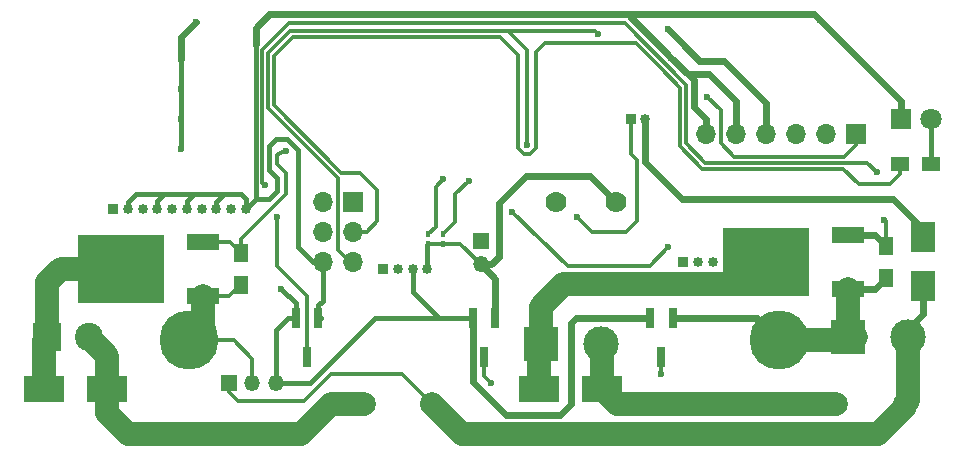
<source format=gbl>
G04 #@! TF.FileFunction,Copper,L2,Bot,Signal*
%FSLAX46Y46*%
G04 Gerber Fmt 4.6, Leading zero omitted, Abs format (unit mm)*
G04 Created by KiCad (PCBNEW 4.0.7) date 08/24/19 10:44:38*
%MOMM*%
%LPD*%
G01*
G04 APERTURE LIST*
%ADD10C,0.100000*%
%ADD11R,0.850000X0.850000*%
%ADD12C,0.850000*%
%ADD13C,2.000000*%
%ADD14C,5.000000*%
%ADD15R,1.350000X1.350000*%
%ADD16O,1.350000X1.350000*%
%ADD17R,1.700000X1.700000*%
%ADD18O,1.700000X1.700000*%
%ADD19R,3.000000X3.000000*%
%ADD20C,3.000000*%
%ADD21R,2.400000X2.400000*%
%ADD22C,2.400000*%
%ADD23R,1.500000X1.300000*%
%ADD24R,1.300000X1.500000*%
%ADD25R,2.700000X1.400000*%
%ADD26R,7.400000X5.800000*%
%ADD27R,1.800000X1.800000*%
%ADD28C,1.800000*%
%ADD29R,0.400000X0.600000*%
%ADD30C,1.778000*%
%ADD31R,3.500000X2.300000*%
%ADD32R,0.800000X1.800000*%
%ADD33R,2.030000X2.650000*%
%ADD34C,0.600000*%
%ADD35C,0.304800*%
%ADD36C,2.032000*%
%ADD37C,0.609600*%
%ADD38C,0.406400*%
G04 APERTURE END LIST*
D10*
D11*
X139573000Y-103505000D03*
D12*
X140823000Y-103505000D03*
X142073000Y-103505000D03*
X143323000Y-103505000D03*
X144573000Y-103505000D03*
X145823000Y-103505000D03*
X147073000Y-103505000D03*
X148323000Y-103505000D03*
X149573000Y-103505000D03*
X150823000Y-103505000D03*
D13*
X166603000Y-120015000D03*
X160803000Y-120015000D03*
X200808000Y-120015000D03*
X206608000Y-120015000D03*
D11*
X183388000Y-95885000D03*
D12*
X184638000Y-95885000D03*
D14*
X145998000Y-114619000D03*
D15*
X149352000Y-118237000D03*
D16*
X151352000Y-118237000D03*
X153352000Y-118237000D03*
D17*
X159893000Y-102870000D03*
D18*
X157353000Y-102870000D03*
X159893000Y-105410000D03*
X157353000Y-105410000D03*
X159893000Y-107950000D03*
X157353000Y-107950000D03*
D19*
X175768000Y-114935000D03*
D20*
X180848000Y-114935000D03*
D14*
X195998000Y-114619000D03*
D21*
X133998000Y-114365000D03*
D22*
X137498000Y-114365000D03*
D15*
X170688000Y-106172000D03*
D16*
X170688000Y-108172000D03*
D19*
X201803000Y-114300000D03*
D20*
X206883000Y-114300000D03*
D23*
X206168000Y-99695000D03*
X208868000Y-99695000D03*
D24*
X204978000Y-109300000D03*
X204978000Y-106600000D03*
D25*
X201808000Y-105670000D03*
X201808000Y-110230000D03*
D26*
X194826000Y-107950000D03*
D27*
X206248000Y-95885000D03*
D28*
X208788000Y-95885000D03*
D29*
X166243000Y-106445000D03*
X166243000Y-105645000D03*
X167513000Y-106445000D03*
X167513000Y-105645000D03*
D30*
X182118000Y-102870000D03*
X177038000Y-102870000D03*
D31*
X181008000Y-118745000D03*
X175608000Y-118745000D03*
D11*
X162433000Y-108585000D03*
D12*
X163683000Y-108585000D03*
X164933000Y-108585000D03*
X166183000Y-108585000D03*
D17*
X202438000Y-97155000D03*
D18*
X199898000Y-97155000D03*
X197358000Y-97155000D03*
X194818000Y-97155000D03*
X192278000Y-97155000D03*
X189738000Y-97155000D03*
D11*
X187833000Y-107950000D03*
D12*
X189083000Y-107950000D03*
X190333000Y-107950000D03*
D32*
X155048000Y-112715000D03*
X156948000Y-112715000D03*
X155998000Y-116015000D03*
X170048000Y-112715000D03*
X171948000Y-112715000D03*
X170998000Y-116015000D03*
X185048000Y-112715000D03*
X186948000Y-112715000D03*
X185998000Y-116015000D03*
D31*
X139098000Y-118745000D03*
X133698000Y-118745000D03*
D25*
X147198000Y-106305000D03*
X147198000Y-110865000D03*
D26*
X140216000Y-108585000D03*
D24*
X150368000Y-109935000D03*
X150368000Y-107235000D03*
D33*
X208153000Y-110040000D03*
X208153000Y-105860000D03*
D34*
X180594000Y-88646000D03*
X174625000Y-98044000D03*
X186817000Y-90678000D03*
X199390000Y-87503000D03*
X151638000Y-89535000D03*
X186563000Y-106680000D03*
X173355000Y-103759000D03*
X152400000Y-101473000D03*
X204851000Y-104394000D03*
X204216000Y-100330000D03*
X154178000Y-98552000D03*
X185928000Y-117475000D03*
X186563000Y-88265000D03*
X146558000Y-87630000D03*
X153797000Y-110236000D03*
X145288000Y-90805000D03*
X145288000Y-93345000D03*
X145288000Y-95885000D03*
X145288000Y-98425000D03*
X171577000Y-118237000D03*
X153416000Y-104140000D03*
X178816000Y-104140000D03*
X189865000Y-93980000D03*
X167513000Y-100965000D03*
X169672000Y-101092000D03*
D35*
X159893000Y-107950000D02*
X159639000Y-107950000D01*
X159639000Y-107950000D02*
X158623000Y-106934000D01*
X158623000Y-106934000D02*
X158623000Y-100838000D01*
X158623000Y-100838000D02*
X152698404Y-94913404D01*
X179197000Y-88392000D02*
X180340000Y-88392000D01*
X172974000Y-88392000D02*
X179197000Y-88392000D01*
X180340000Y-88392000D02*
X180594000Y-88646000D01*
X174625000Y-98044000D02*
X174625000Y-90043000D01*
X174625000Y-90043000D02*
X172974000Y-88392000D01*
X154555802Y-88392000D02*
X172974000Y-88392000D01*
X152698404Y-90249398D02*
X154555802Y-88392000D01*
X152698404Y-94913404D02*
X152698404Y-90249398D01*
X150288000Y-109935000D02*
X149358000Y-110865000D01*
D36*
X147198000Y-110865000D02*
X147198000Y-113419000D01*
D35*
X149358000Y-110865000D02*
X147198000Y-110865000D01*
X150368000Y-109935000D02*
X150288000Y-109935000D01*
D36*
X147198000Y-113419000D02*
X145998000Y-114619000D01*
D37*
X170688000Y-108172000D02*
X171609000Y-108172000D01*
X179959000Y-100711000D02*
X182118000Y-102870000D01*
X174498000Y-100711000D02*
X179959000Y-100711000D01*
X172212000Y-102997000D02*
X174498000Y-100711000D01*
X172212000Y-107569000D02*
X172212000Y-102997000D01*
X171609000Y-108172000D02*
X172212000Y-107569000D01*
D38*
X156948000Y-112715000D02*
X156948000Y-111657000D01*
X157353000Y-111252000D02*
X157353000Y-107950000D01*
X156948000Y-111657000D02*
X157353000Y-111252000D01*
D35*
X145998000Y-114619000D02*
X149798000Y-114619000D01*
X151352000Y-116173000D02*
X151352000Y-118237000D01*
X149798000Y-114619000D02*
X151352000Y-116173000D01*
D37*
X201808000Y-110230000D02*
X204048000Y-110230000D01*
X204048000Y-110230000D02*
X204978000Y-109300000D01*
D36*
X201803000Y-114300000D02*
X201803000Y-110235000D01*
X201803000Y-110235000D02*
X201808000Y-110230000D01*
X195998000Y-114619000D02*
X201484000Y-114619000D01*
X201484000Y-114619000D02*
X201803000Y-114300000D01*
D37*
X186948000Y-112715000D02*
X194094000Y-112715000D01*
X194094000Y-112715000D02*
X195998000Y-114619000D01*
D38*
X148323000Y-103505000D02*
X148323000Y-102883000D01*
X148323000Y-102883000D02*
X148971000Y-102235000D01*
X145823000Y-103505000D02*
X145823000Y-102843000D01*
X145823000Y-102843000D02*
X146431000Y-102235000D01*
X143323000Y-103505000D02*
X143323000Y-102803000D01*
X143323000Y-102803000D02*
X143891000Y-102235000D01*
X140823000Y-103505000D02*
X140823000Y-102890000D01*
X150823000Y-102690000D02*
X150823000Y-103505000D01*
X150368000Y-102235000D02*
X150823000Y-102690000D01*
X141478000Y-102235000D02*
X143891000Y-102235000D01*
X143891000Y-102235000D02*
X146431000Y-102235000D01*
X146431000Y-102235000D02*
X148971000Y-102235000D01*
X148971000Y-102235000D02*
X150368000Y-102235000D01*
X140823000Y-102890000D02*
X141478000Y-102235000D01*
X151638000Y-101219000D02*
X151638000Y-102690000D01*
X151638000Y-89535000D02*
X151638000Y-101219000D01*
X151638000Y-102690000D02*
X150823000Y-103505000D01*
X152781000Y-102616000D02*
X151712000Y-102616000D01*
X153416000Y-101981000D02*
X152781000Y-102616000D01*
X153416000Y-100838000D02*
X153416000Y-101981000D01*
X152749204Y-100171204D02*
X153416000Y-100838000D01*
X152749204Y-98171000D02*
X152749204Y-100171204D01*
X153384204Y-97536000D02*
X152749204Y-98171000D01*
X154305000Y-97536000D02*
X153384204Y-97536000D01*
X156464000Y-107950000D02*
X155241602Y-106727602D01*
X155241602Y-106727602D02*
X155241602Y-98472602D01*
X155241602Y-98472602D02*
X154305000Y-97536000D01*
X157353000Y-107950000D02*
X156464000Y-107950000D01*
X151712000Y-102616000D02*
X150823000Y-103505000D01*
X166183000Y-108585000D02*
X166183000Y-106505000D01*
X166183000Y-106505000D02*
X166243000Y-106445000D01*
D37*
X189738000Y-97155000D02*
X189738000Y-95885000D01*
X188747400Y-92608400D02*
X188214000Y-92075000D01*
X188747400Y-94894400D02*
X188747400Y-92608400D01*
X189738000Y-95885000D02*
X188747400Y-94894400D01*
X192278000Y-97155000D02*
X192278000Y-94361000D01*
X192278000Y-94361000D02*
X189992000Y-92075000D01*
X189992000Y-92075000D02*
X188214000Y-92075000D01*
D35*
X167513000Y-106445000D02*
X168961000Y-106445000D01*
X168961000Y-106445000D02*
X170688000Y-108172000D01*
X166243000Y-106445000D02*
X167513000Y-106445000D01*
D37*
X206248000Y-95885000D02*
X206248000Y-94361000D01*
X205994000Y-94107000D02*
X199390000Y-87503000D01*
X206248000Y-94361000D02*
X205994000Y-94107000D01*
X171948000Y-112715000D02*
X171948000Y-109432000D01*
X171948000Y-109432000D02*
X170688000Y-108172000D01*
X183134000Y-86995000D02*
X198882000Y-86995000D01*
X198882000Y-86995000D02*
X199390000Y-87503000D01*
D38*
X156948000Y-112715000D02*
X157165000Y-112715000D01*
D37*
X151638000Y-89535000D02*
X151638000Y-88138000D01*
X152781000Y-86995000D02*
X183134000Y-86995000D01*
X151638000Y-88138000D02*
X152781000Y-86995000D01*
X183134000Y-86995000D02*
X186817000Y-90678000D01*
X186817000Y-90678000D02*
X188214000Y-92075000D01*
D38*
X186948000Y-112715000D02*
X186948000Y-112040202D01*
D37*
X201808000Y-110230000D02*
X202571000Y-110230000D01*
D36*
X201803000Y-114300000D02*
X202438000Y-114300000D01*
D35*
X185039000Y-108331000D02*
X186563000Y-106680000D01*
X178054000Y-108331000D02*
X185039000Y-108331000D01*
X173355000Y-103759000D02*
X178054000Y-108331000D01*
X188090198Y-92967198D02*
X188090198Y-97920198D01*
X181102000Y-87757000D02*
X182880000Y-87757000D01*
X182880000Y-87757000D02*
X188090198Y-92967198D01*
X154432000Y-87757000D02*
X181102000Y-87757000D01*
X152193602Y-89995398D02*
X154432000Y-87757000D01*
X152193602Y-101266602D02*
X152193602Y-89995398D01*
X152400000Y-101473000D02*
X152193602Y-101266602D01*
X204978000Y-104521000D02*
X204978000Y-106600000D01*
X204851000Y-104394000D02*
X204978000Y-104521000D01*
X203450802Y-99564802D02*
X204216000Y-100330000D01*
X189734802Y-99564802D02*
X203450802Y-99564802D01*
X188090198Y-97920198D02*
X189734802Y-99564802D01*
D37*
X201808000Y-105670000D02*
X204048000Y-105670000D01*
X204048000Y-105670000D02*
X204978000Y-106600000D01*
D35*
X150368000Y-107235000D02*
X150368000Y-106045000D01*
X147198000Y-106305000D02*
X149438000Y-106305000D01*
X149438000Y-106305000D02*
X150368000Y-107235000D01*
X150368000Y-106045000D02*
X151765000Y-104648000D01*
X154178000Y-102235000D02*
X151765000Y-104648000D01*
X154178000Y-100457000D02*
X154178000Y-102235000D01*
X153416000Y-98933000D02*
X153416000Y-99695000D01*
X153416000Y-99695000D02*
X154178000Y-100457000D01*
X154051000Y-98552000D02*
X153416000Y-98933000D01*
X154178000Y-98552000D02*
X154051000Y-98552000D01*
X183817102Y-89408000D02*
X185952051Y-91542949D01*
X158916449Y-100417551D02*
X160488551Y-100417551D01*
X158916449Y-100417551D02*
X153203206Y-94704308D01*
X153203206Y-94704308D02*
X153203206Y-90509794D01*
X153203206Y-90509794D02*
X154813000Y-88900000D01*
X154813000Y-88900000D02*
X172339000Y-88900000D01*
X173863000Y-90424000D02*
X172339000Y-88900000D01*
X174879000Y-98806000D02*
X175387000Y-98298000D01*
X174371000Y-98806000D02*
X174879000Y-98806000D01*
X173863000Y-98298000D02*
X174371000Y-98806000D01*
X173863000Y-97790000D02*
X173863000Y-98298000D01*
X173863000Y-97790000D02*
X173863000Y-90424000D01*
X181864000Y-89408000D02*
X176149000Y-89408000D01*
X176149000Y-89408000D02*
X175387000Y-90170000D01*
X175387000Y-90170000D02*
X175387000Y-98298000D01*
X181864000Y-89408000D02*
X183817102Y-89408000D01*
X159893000Y-105410000D02*
X161036000Y-105410000D01*
X161925000Y-104521000D02*
X161036000Y-105410000D01*
X161925000Y-101854000D02*
X161925000Y-104521000D01*
X160488551Y-100417551D02*
X161925000Y-101854000D01*
X206168000Y-100537000D02*
X206168000Y-99695000D01*
X205359000Y-101346000D02*
X206168000Y-100537000D01*
X202692000Y-101346000D02*
X205359000Y-101346000D01*
X201415604Y-100069604D02*
X202692000Y-101346000D01*
X189477604Y-100069604D02*
X201415604Y-100069604D01*
X187585396Y-98177396D02*
X189477604Y-100069604D01*
X187585396Y-93218000D02*
X187585396Y-98177396D01*
X185952051Y-91584655D02*
X187585396Y-93218000D01*
X185952051Y-91542949D02*
X185952051Y-91584655D01*
X185998000Y-116015000D02*
X185998000Y-117405000D01*
X185998000Y-117405000D02*
X185928000Y-117475000D01*
D38*
X153352000Y-118237000D02*
X153352000Y-113729000D01*
X154366000Y-112715000D02*
X155048000Y-112715000D01*
X153352000Y-113729000D02*
X154366000Y-112715000D01*
X153352000Y-118237000D02*
X153924000Y-118237000D01*
X153924000Y-118237000D02*
X156210000Y-118237000D01*
X161732000Y-112715000D02*
X167198000Y-112715000D01*
X156210000Y-118237000D02*
X161732000Y-112715000D01*
D37*
X170048000Y-112715000D02*
X170048000Y-118105000D01*
X172847000Y-120904000D02*
X173101000Y-120904000D01*
X170048000Y-118105000D02*
X172847000Y-120904000D01*
X178308000Y-113157000D02*
X178308000Y-120015000D01*
X178308000Y-120015000D02*
X177419000Y-120904000D01*
X177419000Y-120904000D02*
X173101000Y-120904000D01*
X185048000Y-112715000D02*
X178750000Y-112715000D01*
X178750000Y-112715000D02*
X178308000Y-113157000D01*
X187833000Y-89555000D02*
X187833000Y-89535000D01*
X191262000Y-90932000D02*
X194818000Y-94488000D01*
X189210000Y-90932000D02*
X191262000Y-90932000D01*
X189210000Y-90932000D02*
X187833000Y-89555000D01*
X194818000Y-97155000D02*
X194818000Y-94488000D01*
X187833000Y-89535000D02*
X186563000Y-88265000D01*
D38*
X164933000Y-108585000D02*
X164933000Y-110450000D01*
X164933000Y-110450000D02*
X164973000Y-110490000D01*
D37*
X145288000Y-90805000D02*
X145288000Y-88900000D01*
X145288000Y-88900000D02*
X146558000Y-87630000D01*
D38*
X155048000Y-112715000D02*
X155048000Y-111487000D01*
X155048000Y-111487000D02*
X153797000Y-110236000D01*
X170048000Y-112715000D02*
X167198000Y-112715000D01*
X167198000Y-112715000D02*
X164973000Y-110490000D01*
X155048000Y-112715000D02*
X155048000Y-111760000D01*
X155048000Y-111760000D02*
X155048000Y-111652000D01*
X145288000Y-98425000D02*
X145288000Y-95885000D01*
X145288000Y-95885000D02*
X145288000Y-93345000D01*
X145288000Y-93345000D02*
X145288000Y-90805000D01*
X170048000Y-112771000D02*
X170048000Y-112715000D01*
D35*
X170998000Y-116015000D02*
X170998000Y-117673000D01*
X170998000Y-117673000D02*
X171577000Y-118237000D01*
X154940000Y-109855000D02*
X155956000Y-110871000D01*
X153416000Y-104140000D02*
X153416000Y-108331000D01*
X153416000Y-108331000D02*
X154940000Y-109855000D01*
X155956000Y-110871000D02*
X155956000Y-115973000D01*
X155956000Y-115973000D02*
X155998000Y-116015000D01*
D38*
X155956000Y-115973000D02*
X155998000Y-116015000D01*
D35*
X183388000Y-98806000D02*
X183388000Y-95885000D01*
X183896000Y-99314000D02*
X183388000Y-98806000D01*
X183896000Y-104521000D02*
X183896000Y-99314000D01*
X183007000Y-105410000D02*
X183896000Y-104521000D01*
X180086000Y-105410000D02*
X183007000Y-105410000D01*
X178816000Y-104140000D02*
X180086000Y-105410000D01*
X202438000Y-97155000D02*
X202438000Y-98044000D01*
X192151000Y-99060000D02*
X191008000Y-97917000D01*
X201422000Y-99060000D02*
X192151000Y-99060000D01*
X202438000Y-98044000D02*
X201422000Y-99060000D01*
X191008000Y-95123000D02*
X189865000Y-93980000D01*
X191008000Y-97917000D02*
X191008000Y-95123000D01*
X154432000Y-119761000D02*
X155702000Y-119761000D01*
X149352000Y-118999000D02*
X150114000Y-119761000D01*
X150114000Y-119761000D02*
X154432000Y-119761000D01*
X149352000Y-118237000D02*
X149352000Y-118999000D01*
X164063000Y-117475000D02*
X166603000Y-120015000D01*
X157988000Y-117475000D02*
X164063000Y-117475000D01*
X155702000Y-119761000D02*
X157988000Y-117475000D01*
D37*
X206883000Y-114300000D02*
X206883000Y-113665000D01*
X206883000Y-113665000D02*
X208153000Y-112395000D01*
X208153000Y-112395000D02*
X208153000Y-110040000D01*
D36*
X206608000Y-120015000D02*
X206608000Y-120290000D01*
X206608000Y-120290000D02*
X204343000Y-122555000D01*
X169143000Y-122555000D02*
X166603000Y-120015000D01*
X204343000Y-122555000D02*
X169143000Y-122555000D01*
X206883000Y-114300000D02*
X206883000Y-119740000D01*
X206883000Y-119740000D02*
X206608000Y-120015000D01*
X175768000Y-114935000D02*
X175768000Y-111760000D01*
X175768000Y-111760000D02*
X177673000Y-109855000D01*
X175608000Y-115095000D02*
X175768000Y-114935000D01*
X177673000Y-109855000D02*
X192921000Y-109855000D01*
X192921000Y-109855000D02*
X194826000Y-107950000D01*
X175608000Y-118745000D02*
X175608000Y-115095000D01*
D38*
X208868000Y-99695000D02*
X208868000Y-95965000D01*
X208868000Y-95965000D02*
X208788000Y-95885000D01*
D35*
X166878000Y-105010000D02*
X166243000Y-105645000D01*
X166878000Y-101600000D02*
X166878000Y-105010000D01*
X167513000Y-100965000D02*
X166878000Y-101600000D01*
X168529000Y-104629000D02*
X167513000Y-105645000D01*
X168529000Y-102235000D02*
X168529000Y-104629000D01*
X169672000Y-101092000D02*
X168529000Y-102235000D01*
D36*
X160803000Y-120015000D02*
X157988000Y-120015000D01*
X139098000Y-115965000D02*
X137498000Y-114365000D01*
X139098000Y-118745000D02*
X139098000Y-115965000D01*
X157988000Y-120015000D02*
X157353000Y-120650000D01*
X157353000Y-120650000D02*
X155448000Y-122555000D01*
X139098000Y-120810000D02*
X139098000Y-118745000D01*
X140843000Y-122555000D02*
X139098000Y-120810000D01*
X155448000Y-122555000D02*
X140843000Y-122555000D01*
X140216000Y-108585000D02*
X135128000Y-108585000D01*
X133998000Y-109715000D02*
X133998000Y-114365000D01*
X133998000Y-109715000D02*
X135128000Y-108585000D01*
X133698000Y-118745000D02*
X133698000Y-114665000D01*
X133698000Y-114665000D02*
X133998000Y-114365000D01*
X200808000Y-120015000D02*
X182278000Y-120015000D01*
X182278000Y-120015000D02*
X181008000Y-118745000D01*
X181008000Y-118745000D02*
X181008000Y-115095000D01*
X181008000Y-115095000D02*
X180848000Y-114935000D01*
D37*
X208153000Y-105860000D02*
X208153000Y-105156000D01*
X208153000Y-105156000D02*
X205613000Y-102616000D01*
X205613000Y-102616000D02*
X187706000Y-102616000D01*
X187706000Y-102616000D02*
X184638000Y-99548000D01*
X184638000Y-99548000D02*
X184638000Y-95885000D01*
M02*

</source>
